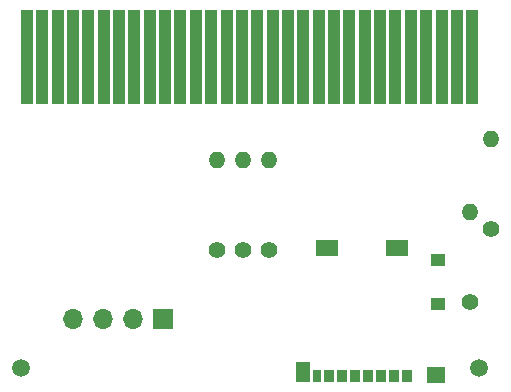
<source format=gbr>
%TF.GenerationSoftware,KiCad,Pcbnew,(6.0.11)*%
%TF.CreationDate,2023-02-10T16:12:38-06:00*%
%TF.ProjectId,leapsd,6c656170-7364-42e6-9b69-6361645f7063,rev?*%
%TF.SameCoordinates,Original*%
%TF.FileFunction,Soldermask,Top*%
%TF.FilePolarity,Negative*%
%FSLAX46Y46*%
G04 Gerber Fmt 4.6, Leading zero omitted, Abs format (unit mm)*
G04 Created by KiCad (PCBNEW (6.0.11)) date 2023-02-10 16:12:38*
%MOMM*%
%LPD*%
G01*
G04 APERTURE LIST*
%ADD10R,0.001000X0.001000*%
%ADD11R,1.000000X8.000000*%
%ADD12C,1.400000*%
%ADD13O,1.400000X1.400000*%
%ADD14R,1.700000X1.700000*%
%ADD15O,1.700000X1.700000*%
%ADD16C,1.500000*%
%ADD17R,0.850000X1.100000*%
%ADD18R,0.750000X1.100000*%
%ADD19R,1.200000X1.000000*%
%ADD20R,1.900000X1.350000*%
%ADD21R,1.170000X1.800000*%
%ADD22R,1.550000X1.350000*%
G04 APERTURE END LIST*
D10*
%TO.C,1*%
X159900000Y-39200000D03*
X197600000Y-39200000D03*
D11*
X159900000Y-39200000D03*
X161200000Y-39200000D03*
X162500000Y-39200000D03*
X163800000Y-39200000D03*
X165100000Y-39200000D03*
X166400000Y-39200000D03*
X167700000Y-39200000D03*
X169000000Y-39200000D03*
X170300000Y-39200000D03*
X171600000Y-39200000D03*
X172900000Y-39200000D03*
X174200000Y-39200000D03*
X175500000Y-39200000D03*
X176800000Y-39200000D03*
X178100000Y-39200000D03*
X179400000Y-39200000D03*
X180700000Y-39200000D03*
X182000000Y-39200000D03*
X183300000Y-39200000D03*
X184600000Y-39200000D03*
X185900000Y-39200000D03*
X187200000Y-39200000D03*
X188500000Y-39200000D03*
X189800000Y-39200000D03*
X191100000Y-39200000D03*
X192400000Y-39200000D03*
X193700000Y-39200000D03*
X195000000Y-39200000D03*
X196300000Y-39200000D03*
X197600000Y-39200000D03*
%TD*%
D12*
%TO.C,10K*%
X197400000Y-60010000D03*
D13*
X197400000Y-52390000D03*
%TD*%
D14*
%TO.C,UART*%
X171400000Y-61425000D03*
D15*
X168860000Y-61425000D03*
X166320000Y-61425000D03*
X163780000Y-61425000D03*
%TD*%
D16*
%TO.C,REF\u002A\u002A*%
X198200000Y-65600000D03*
%TD*%
D13*
%TO.C,10K*%
X180400000Y-47990000D03*
D12*
X180400000Y-55610000D03*
%TD*%
%TO.C,300K*%
X199200000Y-53800000D03*
D13*
X199200000Y-46180000D03*
%TD*%
D17*
%TO.C,Micro SD*%
X192105000Y-66250000D03*
X191005000Y-66250000D03*
X189905000Y-66250000D03*
X188805000Y-66250000D03*
X187705000Y-66250000D03*
X186605000Y-66250000D03*
X185505000Y-66250000D03*
D18*
X184455000Y-66250000D03*
D19*
X194740000Y-60100000D03*
X194740000Y-56400000D03*
D20*
X191240000Y-55425000D03*
X185270000Y-55425000D03*
D21*
X183245000Y-65900000D03*
D22*
X194565000Y-66125000D03*
%TD*%
D13*
%TO.C,3K*%
X176000000Y-47980000D03*
D12*
X176000000Y-55600000D03*
%TD*%
%TO.C,10K*%
X178200000Y-55610000D03*
D13*
X178200000Y-47990000D03*
%TD*%
D16*
%TO.C,REF\u002A\u002A*%
X159400000Y-65600000D03*
%TD*%
M02*

</source>
